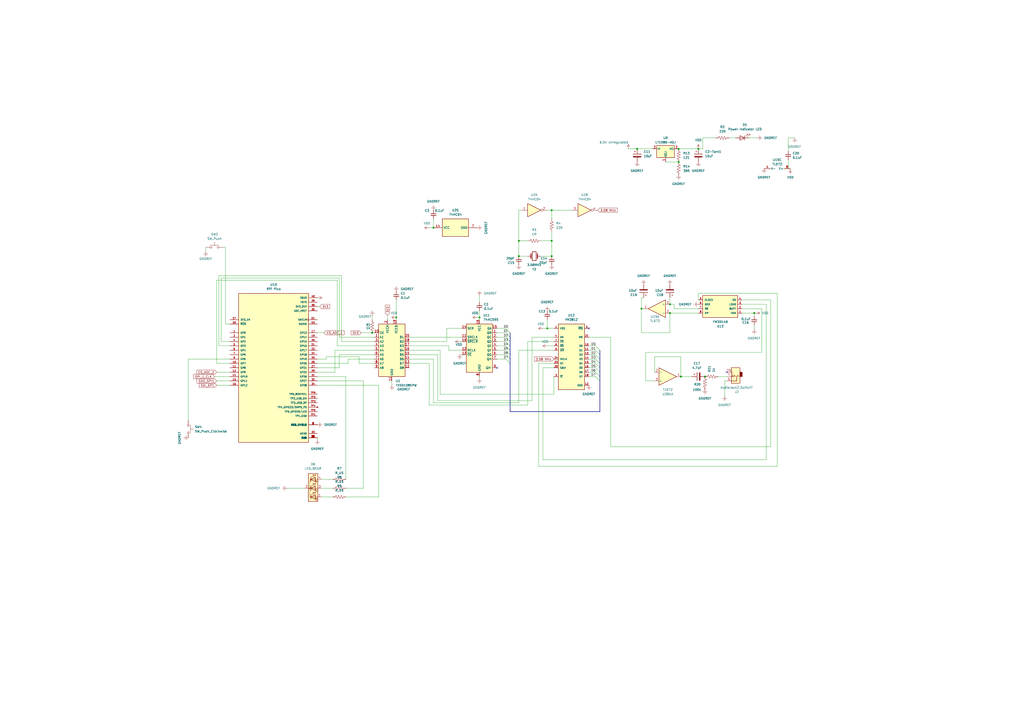
<source format=kicad_sch>
(kicad_sch (version 20231120) (generator "eeschema") (generator_version "8.0")
  (paper "A2")
  (title_block (title "Sam_Sam_David_Synthesizer") (company "ECE 414"))
  (lib_symbols
    (symbol "74xx:74HC04"
      (property "Reference" "U" (at 0 1.27 0))
      (property "Value" "74HC04" (at 0 -1.27 0))
      (symbol "74HC04_1_0"
        (pin input line (at -7.62 0 0) (length 3.81) (name "~") (number "1"))
        (pin output inverted (at 7.62 0 180) (length 3.81) (name "~") (number "2"))
      )
      (symbol "74HC04_2_0"
        (pin input line (at -7.62 0 0) (length 3.81) (name "~") (number "3"))
        (pin output inverted (at 7.62 0 180) (length 3.81) (name "~") (number "4"))
      )
      (symbol "74HC04_3_0"
        (pin input line (at -7.62 0 0) (length 3.81) (name "~") (number "5"))
        (pin output inverted (at 7.62 0 180) (length 3.81) (name "~") (number "6"))
      )
      (symbol "74HC04_4_0"
        (pin output inverted (at 7.62 0 180) (length 3.81) (name "~") (number "8"))
        (pin input line (at -7.62 0 0) (length 3.81) (name "~") (number "9"))
      )
      (symbol "74HC04_5_0"
        (pin output inverted (at 7.62 0 180) (length 3.81) (name "~") (number "10"))
        (pin input line (at -7.62 0 0) (length 3.81) (name "~") (number "11"))
      )
      (symbol "74HC04_6_0"
        (pin output inverted (at 7.62 0 180) (length 3.81) (name "~") (number "12"))
        (pin input line (at -7.62 0 0) (length 3.81) (name "~") (number "13"))
      )
      (symbol "74HC04_7_0"
        (pin power_in line (at 0 12.7 270) (length 5.08) (name "VCC") (number "14"))
        (pin power_in line (at 0 -12.7 90) (length 5.08) (name "GND") (number "7"))
      )
    )
    (symbol "74xx:74HC595"
      (property "Reference" "U" (at -7.62 13.97 0))
      (property "Value" "74HC595" (at -7.62 -16.51 0))
      (symbol "74HC595_1_0"
        (pin tri_state line (at 10.16 7.62 180) (length 2.54) (name "QB") (number "1"))
        (pin input line (at -10.16 2.54 0) (length 2.54) (name "~{SRCLR}") (number "10"))
        (pin input line (at -10.16 5.08 0) (length 2.54) (name "SRCLK") (number "11"))
        (pin input line (at -10.16 -2.54 0) (length 2.54) (name "RCLK") (number "12"))
        (pin input line (at -10.16 -5.08 0) (length 2.54) (name "~{OE}") (number "13"))
        (pin input line (at -10.16 10.16 0) (length 2.54) (name "SER") (number "14"))
        (pin tri_state line (at 10.16 10.16 180) (length 2.54) (name "QA") (number "15"))
        (pin power_in line (at 0 15.24 270) (length 2.54) (name "VCC") (number "16"))
        (pin tri_state line (at 10.16 5.08 180) (length 2.54) (name "QC") (number "2"))
        (pin tri_state line (at 10.16 2.54 180) (length 2.54) (name "QD") (number "3"))
        (pin tri_state line (at 10.16 0 180) (length 2.54) (name "QE") (number "4"))
        (pin tri_state line (at 10.16 -2.54 180) (length 2.54) (name "QF") (number "5"))
        (pin tri_state line (at 10.16 -5.08 180) (length 2.54) (name "QG") (number "6"))
        (pin tri_state line (at 10.16 -7.62 180) (length 2.54) (name "QH") (number "7"))
        (pin power_in line (at 0 -17.78 90) (length 2.54) (name "GND") (number "8"))
        (pin output line (at 10.16 -12.7 180) (length 2.54) (name "QH'") (number "9"))
      )
    )
    (symbol "Amplifier_Operational:TL072" (pin_names (offset 0.127))
      (property "Reference" "U" (at 0 5.08 0))
      (property "Value" "TL072" (at 0 -5.08 0))
      (symbol "TL072_1_1"
        (pin output line (at 7.62 0 180) (length 2.54) (name "~") (number "1"))
        (pin input line (at -7.62 -2.54 0) (length 2.54) (name "-") (number "2"))
        (pin input line (at -7.62 2.54 0) (length 2.54) (name "+") (number "3"))
      )
      (symbol "TL072_2_1"
        (pin input line (at -7.62 2.54 0) (length 2.54) (name "+") (number "5"))
        (pin input line (at -7.62 -2.54 0) (length 2.54) (name "-") (number "6"))
        (pin output line (at 7.62 0 180) (length 2.54) (name "~") (number "7"))
      )
      (symbol "TL072_3_1"
        (pin power_in line (at -2.54 -7.62 90) (length 3.81) (name "V-") (number "4"))
        (pin power_in line (at -2.54 7.62 270) (length 3.81) (name "V+") (number "8"))
      )
    )
    (symbol "Connector_Audio:AudioJack2_SwitchT"
      (property "Reference" "J" (at 0 8.89 0))
      (property "Value" "AudioJack2_SwitchT" (at 0 6.35 0))
      (symbol "AudioJack2_SwitchT_1_1"
        (pin passive line (at 5.08 2.54 180) (length 2.54) (name "~") (number "S"))
        (pin passive line (at 5.08 0 180) (length 2.54) (name "~") (number "T"))
        (pin passive line (at 5.08 -2.54 180) (length 2.54) (name "~") (number "TN"))
      )
    )
    (symbol "Device:C_Polarized" (pin_numbers hide) (pin_names (offset 0.254))
      (property "Reference" "C" (at 0.635 2.54 0))
      (property "Value" "C_Polarized" (at 0.635 -2.54 0))
      (symbol "C_Polarized_1_1"
        (pin passive line (at 0 3.81 270) (length 2.794) (name "~") (number "1"))
        (pin passive line (at 0 -3.81 90) (length 2.794) (name "~") (number "2"))
      )
    )
    (symbol "Device:C_Small" (pin_numbers hide) (pin_names (offset 0.254) hide)
      (property "Reference" "C" (at 0.254 1.778 0))
      (property "Value" "C_Small" (at 0.254 -2.032 0))
      (symbol "C_Small_1_1"
        (pin passive line (at 0 2.54 270) (length 2.032) (name "~") (number "1"))
        (pin passive line (at 0 -2.54 90) (length 2.032) (name "~") (number "2"))
      )
    )
    (symbol "Device:Crystal" (pin_numbers hide) (pin_names (offset 1.016) hide)
      (property "Reference" "Y" (at 0 3.81 0))
      (property "Value" "Crystal" (at 0 -3.81 0))
      (symbol "Crystal_1_1"
        (pin passive line (at -3.81 0 0) (length 1.27) (name "1") (number "1"))
        (pin passive line (at 3.81 0 180) (length 1.27) (name "2") (number "2"))
      )
    )
    (symbol "Device:LED" (pin_numbers hide) (pin_names (offset 1.016) hide)
      (property "Reference" "D" (at 0 2.54 0))
      (property "Value" "LED" (at 0 -2.54 0))
      (symbol "LED_1_1"
        (pin passive line (at -3.81 0 0) (length 2.54) (name "K") (number "1"))
        (pin passive line (at 3.81 0 180) (length 2.54) (name "A") (number "2"))
      )
    )
    (symbol "Device:LED_BKGR" (pin_names (offset 0) hide)
      (property "Reference" "D" (at 0 9.398 0))
      (property "Value" "LED_BKGR" (at 0 -8.89 0))
      (symbol "LED_BKGR_0_0"
        (text "B" (at 1.905 -6.35 0) (effects (font (size 1.27 1.27))))
        (text "G" (at 1.905 -1.27 0) (effects (font (size 1.27 1.27))))
        (text "R" (at 1.905 3.81 0) (effects (font (size 1.27 1.27))))
      )
      (symbol "LED_BKGR_1_1"
        (pin passive line (at 5.08 -5.08 180) (length 2.54) (name "BA") (number "1"))
        (pin passive line (at -5.08 0 0) (length 2.54) (name "K") (number "2"))
        (pin passive line (at 5.08 0 180) (length 2.54) (name "GA") (number "3"))
        (pin passive line (at 5.08 5.08 180) (length 2.54) (name "RA") (number "4"))
      )
    )
    (symbol "Device:R_US" (pin_numbers hide) (pin_names (offset 0))
      (property "Reference" "R" (at 2.54 0 90))
      (property "Value" "R_US" (at -2.54 0 90))
      (symbol "R_US_1_1"
        (pin passive line (at 0 3.81 270) (length 1.27) (name "~") (number "1"))
        (pin passive line (at 0 -3.81 90) (length 1.27) (name "~") (number "2"))
      )
    )
    (symbol "Logic_LevelTranslator:TXS0108EPW"
      (property "Reference" "U" (at -6.35 16.51 0))
      (property "Value" "TXS0108EPW" (at 3.81 16.51 0))
      (symbol "TXS0108EPW_1_1"
        (pin bidirectional line (at -10.16 7.62 0) (length 2.54) (name "A1") (number "1"))
        (pin input line (at -10.16 10.16 0) (length 2.54) (name "OE") (number "10"))
        (pin power_in line (at 0 -17.78 90) (length 2.54) (name "GND") (number "11"))
        (pin bidirectional line (at 10.16 -10.16 180) (length 2.54) (name "B8") (number "12"))
        (pin bidirectional line (at 10.16 -7.62 180) (length 2.54) (name "B7") (number "13"))
        (pin bidirectional line (at 10.16 -5.08 180) (length 2.54) (name "B6") (number "14"))
        (pin bidirectional line (at 10.16 -2.54 180) (length 2.54) (name "B5") (number "15"))
        (pin bidirectional line (at 10.16 0 180) (length 2.54) (name "B4") (number "16"))
        (pin bidirectional line (at 10.16 2.54 180) (length 2.54) (name "B3") (number "17"))
        (pin bidirectional line (at 10.16 5.08 180) (length 2.54) (name "B2") (number "18"))
        (pin power_in line (at 2.54 17.78 270) (length 2.54) (name "VCCB") (number "19"))
        (pin power_in line (at -2.54 17.78 270) (length 2.54) (name "VCCA") (number "2"))
        (pin bidirectional line (at 10.16 7.62 180) (length 2.54) (name "B1") (number "20"))
        (pin bidirectional line (at -10.16 5.08 0) (length 2.54) (name "A2") (number "3"))
        (pin bidirectional line (at -10.16 2.54 0) (length 2.54) (name "A3") (number "4"))
        (pin bidirectional line (at -10.16 0 0) (length 2.54) (name "A4") (number "5"))
        (pin bidirectional line (at -10.16 -2.54 0) (length 2.54) (name "A5") (number "6"))
        (pin bidirectional line (at -10.16 -5.08 0) (length 2.54) (name "A6") (number "7"))
        (pin bidirectional line (at -10.16 -7.62 0) (length 2.54) (name "A7") (number "8"))
        (pin bidirectional line (at -10.16 -10.16 0) (length 2.54) (name "A8") (number "9"))
      )
    )
    (symbol "Regulator_Linear:LT1086-ADJ" (pin_names (offset 0.254))
      (property "Reference" "U" (at -3.81 3.175 0))
      (property "Value" "LT1086-ADJ" (at 0 3.175 0))
      (symbol "LT1086-ADJ_1_1"
        (pin input line (at 0 -7.62 90) (length 2.54) (name "ADJ") (number "1"))
        (pin power_out line (at 7.62 0 180) (length 2.54) (name "VO") (number "2"))
        (pin power_in line (at -7.62 0 0) (length 2.54) (name "VI") (number "3"))
      )
    )
    (symbol "SC0915:SC0915" (pin_names (offset 1.016))
      (property "Reference" "U" (at -20.32 44.069 0))
      (property "Value" "SC0915" (at -20.32 -45.72 0))
      (symbol "SC0915_0_0"
        (pin bidirectional line (at -25.4 20.32 0) (length 5.08) (name "GP0") (number "1"))
        (pin bidirectional line (at -25.4 2.54 0) (length 5.08) (name "GP7") (number "10"))
        (pin bidirectional line (at -25.4 0 0) (length 5.08) (name "GP8") (number "11"))
        (pin bidirectional line (at -25.4 -2.54 0) (length 5.08) (name "GP9") (number "12"))
        (pin power_in line (at 25.4 -40.64 180) (length 5.08) (name "GND") (number "13"))
        (pin bidirectional line (at -25.4 -5.08 0) (length 5.08) (name "GP10") (number "14"))
        (pin bidirectional line (at -25.4 -7.62 0) (length 5.08) (name "GP11") (number "15"))
        (pin bidirectional line (at -25.4 -10.16 0) (length 5.08) (name "GP12") (number "16"))
        (pin bidirectional line (at 25.4 20.32 180) (length 5.08) (name "GP13") (number "17"))
        (pin power_in line (at 25.4 -40.64 180) (length 5.08) (name "GND") (number "18"))
        (pin bidirectional line (at 25.4 17.78 180) (length 5.08) (name "GP14") (number "19"))
        (pin bidirectional line (at -25.4 17.78 0) (length 5.08) (name "GP1") (number "2"))
        (pin bidirectional line (at 25.4 15.24 180) (length 5.08) (name "GP15") (number "20"))
        (pin bidirectional line (at 25.4 12.7 180) (length 5.08) (name "GP16") (number "21"))
        (pin bidirectional line (at 25.4 10.16 180) (length 5.08) (name "GP17") (number "22"))
        (pin power_in line (at 25.4 -40.64 180) (length 5.08) (name "GND") (number "23"))
        (pin bidirectional line (at 25.4 7.62 180) (length 5.08) (name "GP18") (number "24"))
        (pin bidirectional line (at 25.4 5.08 180) (length 5.08) (name "GP19") (number "25"))
        (pin bidirectional line (at 25.4 2.54 180) (length 5.08) (name "GP20") (number "26"))
        (pin bidirectional line (at 25.4 0 180) (length 5.08) (name "GP21") (number "27"))
        (pin power_in line (at 25.4 -40.64 180) (length 5.08) (name "GND") (number "28"))
        (pin bidirectional line (at 25.4 -2.54 180) (length 5.08) (name "GP22") (number "29"))
        (pin power_in line (at 25.4 -40.64 180) (length 5.08) (name "GND") (number "3"))
        (pin input line (at -25.4 25.4 0) (length 5.08) (name "~{RUN}") (number "30"))
        (pin bidirectional line (at 25.4 -5.08 180) (length 5.08) (name "GP26") (number "31"))
        (pin bidirectional line (at 25.4 -7.62 180) (length 5.08) (name "GP27") (number "32"))
        (pin power_in line (at 25.4 -38.1 180) (length 5.08) (name "AGND") (number "33"))
        (pin bidirectional line (at 25.4 -10.16 180) (length 5.08) (name "GP28") (number "34"))
        (pin power_in line (at 25.4 33.02 180) (length 5.08) (name "ADC_VREF") (number "35"))
        (pin power_in line (at 25.4 35.56 180) (length 5.08) (name "3V3_OUT") (number "36"))
        (pin input line (at -25.4 27.94 0) (length 5.08) (name "3V3_EN") (number "37"))
        (pin power_in line (at 25.4 -40.64 180) (length 5.08) (name "GND") (number "38"))
        (pin power_in line (at 25.4 38.1 180) (length 5.08) (name "VSYS") (number "39"))
        (pin bidirectional line (at -25.4 15.24 0) (length 5.08) (name "GP2") (number "4"))
        (pin power_in line (at 25.4 40.64 180) (length 5.08) (name "VBUS") (number "40"))
        (pin bidirectional line (at -25.4 12.7 0) (length 5.08) (name "GP3") (number "5"))
        (pin bidirectional line (at -25.4 10.16 0) (length 5.08) (name "GP4") (number "6"))
        (pin bidirectional line (at -25.4 7.62 0) (length 5.08) (name "GP5") (number "7"))
        (pin power_in line (at 25.4 -40.64 180) (length 5.08) (name "GND") (number "8"))
        (pin bidirectional line (at -25.4 5.08 0) (length 5.08) (name "GP6") (number "9"))
        (pin power_in line (at 25.4 -33.02 180) (length 5.08) (name "USB_SHIELD") (number "A"))
        (pin power_in line (at 25.4 -33.02 180) (length 5.08) (name "USB_SHIELD") (number "B"))
        (pin power_in line (at 25.4 -33.02 180) (length 5.08) (name "USB_SHIELD") (number "C"))
        (pin power_in line (at 25.4 -33.02 180) (length 5.08) (name "USB_SHIELD") (number "D"))
        (pin input clock (at 25.4 27.94 180) (length 5.08) (name "SWCLK") (number "D1"))
        (pin power_in line (at 25.4 -40.64 180) (length 5.08) (name "GND") (number "D2"))
        (pin bidirectional line (at 25.4 25.4 180) (length 5.08) (name "SWDIO") (number "D3"))
        (pin power_in line (at 25.4 -27.94 180) (length 5.08) (name "TP1_GND") (number "TP1"))
        (pin bidirectional line (at 25.4 -17.78 180) (length 5.08) (name "TP2_USB_DM") (number "TP2"))
        (pin bidirectional line (at 25.4 -20.32 180) (length 5.08) (name "TP3_USB_DP") (number "TP3"))
        (pin no_connect line (at 25.4 -22.86 180) (length 5.08) (name "TP4_GPIO23/SMPS_PS") (number "TP4"))
        (pin output line (at 25.4 -25.4 180) (length 5.08) (name "TP5_GPIO25/LED") (number "TP5"))
        (pin input line (at 25.4 -15.24 180) (length 5.08) (name "TP6_BOOTSEL") (number "TP6"))
      )
    )
    (symbol "Switch:SW_Push" (pin_numbers hide) (pin_names (offset 1.016) hide)
      (property "Reference" "SW" (at 1.27 2.54 0))
      (property "Value" "SW_Push" (at 0 -1.524 0))
      (symbol "SW_Push_0_1"
        (pin passive line (at -5.08 0 0) (length 2.54) (name "1") (number "1"))
        (pin passive line (at 5.08 0 180) (length 2.54) (name "2") (number "2"))
      )
    )
    (symbol "YM3014B:YM3014B" (pin_names (offset 1.016))
      (property "Reference" "U" (at -10.16 5.842 0))
      (property "Value" "YM3014B" (at -10.16 -10.16 0))
      (symbol "YM3014B_0_0"
        (pin power_in line (at -12.7 2.54 0) (length 2.54) (name "VDD") (number "1"))
        (pin bidirectional line (at -12.7 0 0) (length 2.54) (name "BUFF") (number "2"))
        (pin bidirectional line (at -12.7 -2.54 0) (length 2.54) (name "LOAD") (number "3"))
        (pin bidirectional line (at -12.7 -5.08 0) (length 2.54) (name "SD") (number "4"))
        (pin bidirectional line (at 12.7 -5.08 180) (length 2.54) (name "CLOCK") (number "5"))
        (pin power_in line (at 12.7 -2.54 180) (length 2.54) (name "GND") (number "6"))
        (pin bidirectional line (at 12.7 0 180) (length 2.54) (name "RB") (number "7"))
        (pin bidirectional line (at 12.7 2.54 180) (length 2.54) (name "MP") (number "8"))
      )
    )
    (symbol "YM3812:YM3812" (pin_names (offset 1.016))
      (property "Reference" "U2" (at 0 22.86 0))
      (property "Value" "YM3812" (at 0 20.32 0))
      (symbol "YM3812_0_0"
        (pin power_in line (at -10.16 15.24 0) (length 2.54) (name "VSS") (number "1"))
        (pin bidirectional line (at 10.16 5.08 180) (length 2.54) (name "D0") (number "10"))
        (pin bidirectional line (at 10.16 2.54 180) (length 2.54) (name "D1") (number "11"))
        (pin power_in line (at 10.16 -17.78 180) (length 2.54) (name "GND") (number "12"))
        (pin bidirectional line (at 10.16 0 180) (length 2.54) (name "D2") (number "13"))
        (pin bidirectional line (at 10.16 -2.54 180) (length 2.54) (name "D3") (number "14"))
        (pin bidirectional line (at 10.16 -5.08 180) (length 2.54) (name "D4") (number "15"))
        (pin bidirectional line (at 10.16 -7.62 180) (length 2.54) (name "D5") (number "16"))
        (pin bidirectional line (at 10.16 -10.16 180) (length 2.54) (name "D6") (number "17"))
        (pin bidirectional line (at 10.16 -12.7 180) (length 2.54) (name "D7") (number "18"))
        (pin bidirectional line (at 10.16 15.24 180) (length 2.54) (name "~{IRQ}") (number "2"))
        (pin bidirectional line (at 10.16 10.16 180) (length 2.54) (name "M0") (number "21"))
        (pin bidirectional line (at -10.16 -5.08 0) (length 2.54) (name "SY") (number "23"))
        (pin bidirectional line (at -10.16 -12.7 0) (length 2.54) (name "~{IC}") (number "3"))
        (pin bidirectional line (at -10.16 10.16 0) (length 2.54) (name "A0") (number "4"))
        (pin bidirectional line (at -10.16 2.54 0) (length 2.54) (name "~{WR}") (number "5"))
        (pin bidirectional line (at -10.16 5.08 0) (length 2.54) (name "~{RD}") (number "6"))
        (pin bidirectional line (at -10.16 7.62 0) (length 2.54) (name "~{CS}") (number "7"))
      )
      (symbol "YM3812_1_0"
        (pin bidirectional line (at -10.16 -7.62 0) (length 2.54) (name "S&H") (number "20"))
        (pin bidirectional line (at -10.16 -2.54 0) (length 2.54) (name "MCLK") (number "24"))
      )
    )
    (symbol "power:GNDREF" (power) (pin_numbers hide) (pin_names (offset 0) hide)
      (property "Value" "GNDREF" (at 0 -3.81 0))
      (symbol "GNDREF_1_1"
        (pin power_in line (at 0 0 270) (length 0) (name "~") (number "1"))
      )
    )
    (symbol "power:VCC" (power) (pin_numbers hide) (pin_names (offset 0) hide)
      (property "Value" "VCC" (at 0 3.556 0))
      (symbol "VCC_1_1"
        (pin power_in line (at 0 0 90) (length 0) (name "~") (number "1"))
      )
    )
    (symbol "power:VDD" (power) (pin_numbers hide) (pin_names (offset 0) hide)
      (property "Value" "VDD" (at 0 3.556 0))
      (symbol "VDD_1_1"
        (pin power_in line (at 0 0 90) (length 0) (name "~") (number "1"))
      )
    )
  )
  (junction (at 229.87 184.15))
  (junction (at 393.7 93.98))
  (junction (at 394.97 218.44))
  (junction (at 251.46 132.08))
  (junction (at 388.62 181.61))
  (junction (at 408.94 218.44))
  (junction (at 278.13 184.15))
  (junction (at 369.57 86.36))
  (junction (at 393.7 86.36))
  (junction (at 317.5 190.5))
  (junction (at 300.99 148.59))
  (junction (at 388.62 176.53))
  (junction (at 372.11 179.07))
  (junction (at 437.515 181.61))
  (junction (at 300.99 139.7))
  (junction (at 320.04 121.92))
  (junction (at 320.04 148.59))
  (junction (at 405.13 86.36))
  (junction (at 215.9 193.04))
  (junction (at 320.04 139.7))
  (no_connect (at 341.63 190.5))
  (no_connect (at 421.64 215.9))
  (no_connect (at 288.29 213.36))
  (bus_entry (at 345.44 203.2) (size 2.54 2.54))
  (bus_entry (at 293.37 193.04) (size 2.54 2.54))
  (bus_entry (at 293.37 198.12) (size 2.54 2.54))
  (bus_entry (at 345.44 215.9) (size 2.54 2.54))
  (bus_entry (at 345.44 213.36) (size 2.54 2.54))
  (bus_entry (at 345.44 208.28) (size 2.54 2.54))
  (bus_entry (at 345.44 218.44) (size 2.54 2.54))
  (bus_entry (at 293.37 208.28) (size 2.54 2.54))
  (bus_entry (at 293.37 203.2) (size 2.54 2.54))
  (bus_entry (at 345.44 200.66) (size 2.54 2.54))
  (bus_entry (at 293.37 195.58) (size 2.54 2.54))
  (bus_entry (at 345.44 210.82) (size 2.54 2.54))
  (bus_entry (at 293.37 205.74) (size 2.54 2.54))
  (bus_entry (at 293.37 200.66) (size 2.54 2.54))
  (bus_entry (at 345.44 205.74) (size 2.54 2.54))
  (bus_entry (at 293.37 190.5) (size 2.54 2.54))
  (wire (pts (xy 288.29 198.12) (xy 293.37 198.12)))
  (wire (pts (xy 300.99 203.2) (xy 300.99 233.68)))
  (wire (pts (xy 437.515 181.61) (xy 437.515 183.515)))
  (wire (pts (xy 229.87 184.15) (xy 229.87 185.42)))
  (wire (pts (xy 420.37 220.98) (xy 421.64 220.98)))
  (bus (pts (xy 347.98 205.74) (xy 347.98 208.28)))
  (wire (pts (xy 184.15 255.27) (xy 184.15 254)))
  (wire (pts (xy 254 205.74) (xy 237.49 205.74)))
  (wire (pts (xy 278.13 184.15) (xy 276.86 184.15)))
  (wire (pts (xy 200.66 218.44) (xy 200.66 278.13)))
  (wire (pts (xy 125.73 223.52) (xy 133.35 223.52)))
  (wire (pts (xy 198.12 198.12) (xy 217.17 198.12)))
  (wire (pts (xy 254 232.41) (xy 254 205.74)))
  (wire (pts (xy 184.15 218.44) (xy 200.66 218.44)))
  (wire (pts (xy 457.2 80.01) (xy 461.01 80.01)))
  (wire (pts (xy 184.15 193.04) (xy 187.96 193.04)))
  (wire (pts (xy 210.82 283.21) (xy 200.66 283.21)))
  (wire (pts (xy 184.15 220.98) (xy 210.82 220.98)))
  (wire (pts (xy 312.42 210.82) (xy 312.42 270.51)))
  (wire (pts (xy 317.5 190.5) (xy 321.31 190.5)))
  (wire (pts (xy 430.53 179.07) (xy 441.96 179.07)))
  (bus (pts (xy 347.98 218.44) (xy 347.98 220.98)))
  (wire (pts (xy 251.46 132.08) (xy 251.46 127)))
  (wire (pts (xy 278.13 184.15) (xy 278.13 185.42)))
  (wire (pts (xy 267.97 205.74) (xy 266.7 205.74)))
  (wire (pts (xy 128.27 161.29) (xy 196.85 161.29)))
  (bus (pts (xy 347.98 210.82) (xy 347.98 213.36)))
  (wire (pts (xy 320.04 139.7) (xy 320.04 148.59)))
  (wire (pts (xy 320.04 127) (xy 320.04 121.92)))
  (wire (pts (xy 444.5 266.7) (xy 444.5 176.53)))
  (wire (pts (xy 374.65 204.47) (xy 374.65 220.98)))
  (wire (pts (xy 194.31 203.2) (xy 194.31 215.9)))
  (wire (pts (xy 457.2 97.79) (xy 457.2 92.71)))
  (wire (pts (xy 237.49 195.58) (xy 267.97 195.58)))
  (bus (pts (xy 295.91 210.82) (xy 295.91 238.76)))
  (wire (pts (xy 320.04 148.59) (xy 313.69 148.59)))
  (wire (pts (xy 124.46 218.44) (xy 133.35 218.44)))
  (bus (pts (xy 347.98 213.36) (xy 347.98 215.9)))
  (wire (pts (xy 407.67 80.01) (xy 407.67 86.36)))
  (wire (pts (xy 320.04 134.62) (xy 320.04 139.7)))
  (wire (pts (xy 186.69 283.21) (xy 193.04 283.21)))
  (wire (pts (xy 450.85 270.51) (xy 450.85 170.18)))
  (wire (pts (xy 196.85 195.58) (xy 217.17 195.58)))
  (wire (pts (xy 251.46 208.28) (xy 237.49 208.28)))
  (wire (pts (xy 259.08 190.5) (xy 259.08 198.12)))
  (bus (pts (xy 295.91 208.28) (xy 295.91 210.82)))
  (wire (pts (xy 248.92 132.08) (xy 251.46 132.08)))
  (wire (pts (xy 288.29 190.5) (xy 293.37 190.5)))
  (wire (pts (xy 341.63 205.74) (xy 345.44 205.74)))
  (wire (pts (xy 210.82 220.98) (xy 210.82 283.21)))
  (wire (pts (xy 251.46 233.68) (xy 251.46 208.28)))
  (bus (pts (xy 295.91 198.12) (xy 295.91 200.66)))
  (wire (pts (xy 196.85 205.74) (xy 196.85 213.36)))
  (wire (pts (xy 217.17 210.82) (xy 208.28 210.82)))
  (wire (pts (xy 407.67 86.36) (xy 405.13 86.36)))
  (wire (pts (xy 308.61 232.41) (xy 254 232.41)))
  (wire (pts (xy 341.63 218.44) (xy 345.44 218.44)))
  (wire (pts (xy 416.56 218.44) (xy 421.64 218.44)))
  (wire (pts (xy 288.29 203.2) (xy 293.37 203.2)))
  (wire (pts (xy 278.13 219.71) (xy 278.13 218.44)))
  (wire (pts (xy 422.91 80.01) (xy 426.72 80.01)))
  (wire (pts (xy 317.5 200.66) (xy 321.31 200.66)))
  (wire (pts (xy 125.73 215.9) (xy 133.35 215.9)))
  (wire (pts (xy 321.31 203.2) (xy 300.99 203.2)))
  (wire (pts (xy 300.99 121.92) (xy 300.99 139.7)))
  (wire (pts (xy 255.27 228.6) (xy 321.31 228.6)))
  (bus (pts (xy 347.98 208.28) (xy 347.98 210.82)))
  (wire (pts (xy 133.35 200.66) (xy 127 200.66)))
  (wire (pts (xy 194.31 215.9) (xy 184.15 215.9)))
  (wire (pts (xy 186.69 278.13) (xy 193.04 278.13)))
  (wire (pts (xy 394.97 218.44) (xy 401.32 218.44)))
  (bus (pts (xy 295.91 203.2) (xy 295.91 205.74)))
  (wire (pts (xy 217.17 208.28) (xy 201.93 208.28)))
  (wire (pts (xy 189.23 207.01) (xy 189.23 208.28)))
  (wire (pts (xy 391.16 176.53) (xy 388.62 176.53)))
  (wire (pts (xy 133.35 187.96) (xy 130.81 187.96)))
  (wire (pts (xy 208.28 207.01) (xy 189.23 207.01)))
  (wire (pts (xy 217.17 200.66) (xy 195.58 200.66)))
  (wire (pts (xy 321.31 198.12) (xy 306.07 198.12)))
  (wire (pts (xy 288.29 208.28) (xy 293.37 208.28)))
  (wire (pts (xy 341.63 200.66) (xy 345.44 200.66)))
  (wire (pts (xy 217.17 203.2) (xy 194.31 203.2)))
  (wire (pts (xy 259.08 190.5) (xy 267.97 190.5)))
  (wire (pts (xy 260.35 200.66) (xy 260.35 203.2)))
  (wire (pts (xy 320.04 121.92) (xy 331.47 121.92)))
  (wire (pts (xy 109.22 243.84) (xy 109.22 208.28)))
  (wire (pts (xy 306.07 139.7) (xy 300.99 139.7)))
  (wire (pts (xy 321.31 228.6) (xy 321.31 218.44)))
  (wire (pts (xy 255.27 203.2) (xy 237.49 203.2)))
  (bus (pts (xy 295.91 205.74) (xy 295.91 208.28)))
  (wire (pts (xy 341.63 203.2) (xy 345.44 203.2)))
  (wire (pts (xy 288.29 205.74) (xy 293.37 205.74)))
  (wire (pts (xy 341.63 195.58) (xy 354.33 195.58)))
  (wire (pts (xy 354.33 195.58) (xy 354.33 259.08)))
  (wire (pts (xy 314.96 213.36) (xy 314.96 266.7)))
  (wire (pts (xy 450.85 170.18) (xy 405.13 170.18)))
  (wire (pts (xy 200.66 288.29) (xy 219.71 288.29)))
  (wire (pts (xy 209.55 193.04) (xy 215.9 193.04)))
  (wire (pts (xy 189.23 208.28) (xy 184.15 208.28)))
  (wire (pts (xy 201.93 210.82) (xy 184.15 210.82)))
  (wire (pts (xy 314.96 266.7) (xy 444.5 266.7)))
  (wire (pts (xy 405.13 181.61) (xy 388.62 181.61)))
  (wire (pts (xy 364.49 86.36) (xy 369.57 86.36)))
  (wire (pts (xy 300.99 148.59) (xy 306.07 148.59)))
  (bus (pts (xy 295.91 200.66) (xy 295.91 203.2)))
  (wire (pts (xy 341.63 215.9) (xy 345.44 215.9)))
  (wire (pts (xy 217.17 205.74) (xy 196.85 205.74)))
  (wire (pts (xy 133.35 198.12) (xy 128.27 198.12)))
  (wire (pts (xy 405.13 170.18) (xy 405.13 173.99)))
  (wire (pts (xy 386.08 93.98) (xy 393.7 93.98)))
  (wire (pts (xy 394.97 207.01) (xy 379.73 207.01)))
  (wire (pts (xy 186.69 288.29) (xy 193.04 288.29)))
  (wire (pts (xy 184.15 223.52) (xy 219.71 223.52)))
  (wire (pts (xy 306.07 234.95) (xy 248.92 234.95)))
  (wire (pts (xy 321.31 213.36) (xy 314.96 213.36)))
  (bus (pts (xy 347.98 203.2) (xy 347.98 205.74)))
  (wire (pts (xy 374.65 220.98) (xy 379.73 220.98)))
  (wire (pts (xy 372.11 193.04) (xy 388.62 193.04)))
  (wire (pts (xy 321.31 195.58) (xy 308.61 195.58)))
  (wire (pts (xy 354.33 259.08) (xy 447.04 259.08)))
  (wire (pts (xy 391.16 179.07) (xy 391.16 176.53)))
  (bus (pts (xy 347.98 215.9) (xy 347.98 218.44)))
  (wire (pts (xy 128.27 198.12) (xy 128.27 161.29)))
  (wire (pts (xy 184.15 177.8) (xy 185.42 177.8)))
  (wire (pts (xy 278.13 171.45) (xy 278.13 175.26)))
  (wire (pts (xy 321.31 210.82) (xy 312.42 210.82)))
  (wire (pts (xy 255.27 228.6) (xy 255.27 203.2)))
  (bus (pts (xy 347.98 220.98) (xy 347.98 238.76)))
  (wire (pts (xy 372.11 172.72) (xy 372.11 179.07)))
  (wire (pts (xy 437.515 188.595) (xy 437.515 191.135)))
  (wire (pts (xy 288.29 195.58) (xy 293.37 195.58)))
  (wire (pts (xy 109.22 208.28) (xy 133.35 208.28)))
  (wire (pts (xy 455.93 97.79) (xy 457.2 97.79)))
  (wire (pts (xy 313.69 139.7) (xy 320.04 139.7)))
  (bus (pts (xy 295.91 193.04) (xy 295.91 195.58)))
  (bus (pts (xy 295.91 238.76) (xy 347.98 238.76)))
  (wire (pts (xy 317.5 190.5) (xy 317.5 185.42)))
  (wire (pts (xy 393.7 86.36) (xy 405.13 86.36)))
  (wire (pts (xy 196.85 213.36) (xy 184.15 213.36)))
  (wire (pts (xy 407.67 80.01) (xy 415.29 80.01)))
  (wire (pts (xy 260.35 203.2) (xy 267.97 203.2)))
  (wire (pts (xy 441.96 179.07) (xy 441.96 204.47)))
  (wire (pts (xy 308.61 195.58) (xy 308.61 232.41)))
  (wire (pts (xy 229.87 173.99) (xy 229.87 184.15)))
  (wire (pts (xy 248.92 210.82) (xy 237.49 210.82)))
  (wire (pts (xy 300.99 233.68) (xy 251.46 233.68)))
  (wire (pts (xy 320.04 121.92) (xy 317.5 121.92)))
  (wire (pts (xy 288.29 200.66) (xy 293.37 200.66)))
  (wire (pts (xy 259.08 198.12) (xy 237.49 198.12)))
  (wire (pts (xy 441.96 204.47) (xy 374.65 204.47)))
  (wire (pts (xy 457.2 87.63) (xy 457.2 80.01)))
  (wire (pts (xy 215.9 185.42) (xy 215.9 182.88)))
  (wire (pts (xy 300.99 139.7) (xy 300.99 148.59)))
  (wire (pts (xy 388.62 176.53) (xy 388.62 172.72)))
  (wire (pts (xy 341.63 210.82) (xy 345.44 210.82)))
  (wire (pts (xy 201.93 208.28) (xy 201.93 210.82)))
  (wire (pts (xy 420.37 229.87) (xy 420.37 220.98)))
  (wire (pts (xy 127 160.02) (xy 127 200.66)))
  (wire (pts (xy 430.53 181.61) (xy 437.515 181.61)))
  (wire (pts (xy 341.63 208.28) (xy 345.44 208.28)))
  (wire (pts (xy 125.73 220.98) (xy 133.35 220.98)))
  (wire (pts (xy 430.53 176.53) (xy 444.5 176.53)))
  (wire (pts (xy 248.92 234.95) (xy 248.92 210.82)))
  (wire (pts (xy 127 160.02) (xy 198.12 160.02)))
  (wire (pts (xy 372.11 179.07) (xy 373.38 179.07)))
  (wire (pts (xy 130.81 187.96) (xy 130.81 143.51)))
  (wire (pts (xy 405.13 179.07) (xy 391.16 179.07)))
  (wire (pts (xy 196.85 161.29) (xy 196.85 195.58)))
  (wire (pts (xy 267.97 198.12) (xy 266.7 198.12)))
  (wire (pts (xy 195.58 162.56) (xy 195.58 200.66)))
  (wire (pts (xy 341.63 213.36) (xy 345.44 213.36)))
  (wire (pts (xy 388.62 193.04) (xy 388.62 181.61)))
  (bus (pts (xy 295.91 195.58) (xy 295.91 198.12)))
  (wire (pts (xy 133.35 210.82) (xy 125.73 210.82)))
  (wire (pts (xy 215.9 193.04) (xy 217.17 193.04)))
  (wire (pts (xy 227.33 223.52) (xy 227.33 220.98)))
  (wire (pts (xy 219.71 223.52) (xy 219.71 288.29)))
  (wire (pts (xy 195.58 162.56) (xy 125.73 162.56)))
  (wire (pts (xy 198.12 160.02) (xy 198.12 198.12)))
  (wire (pts (xy 447.04 259.08) (xy 447.04 173.99)))
  (wire (pts (xy 224.79 185.42) (xy 224.79 182.88)))
  (wire (pts (xy 288.29 193.04) (xy 293.37 193.04)))
  (wire (pts (xy 306.07 198.12) (xy 306.07 234.95)))
  (wire (pts (xy 302.26 121.92) (xy 300.99 121.92)))
  (wire (pts (xy 372.11 179.07) (xy 372.11 193.04)))
  (wire (pts (xy 125.73 162.56) (xy 125.73 210.82)))
  (wire (pts (xy 237.49 200.66) (xy 260.35 200.66)))
  (wire (pts (xy 394.97 218.44) (xy 394.97 207.01)))
  (wire (pts (xy 434.34 80.01) (xy 439.42 80.01)))
  (wire (pts (xy 130.81 143.51) (xy 129.54 143.51)))
  (wire (pts (xy 278.13 180.34) (xy 278.13 184.15)))
  (wire (pts (xy 438.15 181.61) (xy 437.515 181.61)))
  (wire (pts (xy 119.38 146.05) (xy 119.38 143.51)))
  (wire (pts (xy 372.11 172.72) (xy 373.38 172.72)))
  (wire (pts (xy 369.57 86.36) (xy 378.46 86.36)))
  (wire (pts (xy 208.28 210.82) (xy 208.28 207.01)))
  (wire (pts (xy 379.73 207.01) (xy 379.73 215.9)))
  (wire (pts (xy 314.96 190.5) (xy 317.5 190.5)))
  (wire (pts (xy 312.42 270.51) (xy 450.85 270.51)))
  (wire (pts (xy 447.04 173.99) (xy 430.53 173.99)))
  (wire (pts (xy 166.37 283.21) (xy 176.53 283.21)))
  (label "D7" (at 342.9 218.44 0))
  (label "D0" (at 342.9 200.66 0))
  (label "D4" (at 292.1 200.66 0))
  (label "D6" (at 292.1 205.74 0))
  (label "D6" (at 342.9 215.9 0))
  (label "D1" (at 292.1 193.04 0))
  (label "D1" (at 342.9 203.2 0))
  (label "D3" (at 342.9 208.28 0))
  (label "D2" (at 292.1 195.58 0))
  (label "D3" (at 292.1 198.12 0))
  (label "D7" (at 292.1 208.28 0))
  (label "D4" (at 342.9 210.82 0))
  (label "D5" (at 292.1 203.2 0))
  (label "D0" (at 292.1 190.5 0))
  (label "D2" (at 342.9 205.74 0))
  (label "D5" (at 342.9 213.36 0))
  (global_label "3V3" (shape input) (at 185.42 177.8 0) (property "Intersheetrefs" "${INTERSHEET_REFS}" (effects (hide yes))))
  (global_label "SDI_SP1" (shape input) (at 125.73 223.52 180) (property "Intersheetrefs" "${INTERSHEET_REFS}" (effects (hide yes))))
  (global_label "3.58 MHz" (shape input) (at 346.71 121.92 0) (property "Intersheetrefs" "${INTERSHEET_REFS}" (effects (hide yes))))
  (global_label "3V3" (shape input) (at 209.55 193.04 180) (property "Intersheetrefs" "${INTERSHEET_REFS}" (effects (hide yes))))
  (global_label "SPI_1_CLK" (shape input) (at 124.46 218.44 180) (property "Intersheetrefs" "${INTERSHEET_REFS}" (effects (hide yes))))
  (global_label "3.58 MHz" (shape input) (at 321.31 208.28 180) (property "Intersheetrefs" "${INTERSHEET_REFS}" (effects (hide yes))))
  (global_label "CS_ADC_1" (shape input) (at 187.96 193.04 0) (property "Intersheetrefs" "${INTERSHEET_REFS}" (effects (hide yes))))
  (global_label "3V3" (shape input) (at 224.79 182.88 90) (property "Intersheetrefs" "${INTERSHEET_REFS}" (effects (hide yes))))
  (global_label "CS_ADC_2" (shape input) (at 125.73 215.9 180) (property "Intersheetrefs" "${INTERSHEET_REFS}" (effects (hide yes))))
  (global_label "SDO_SPI1" (shape input) (at 125.73 220.98 180) (property "Intersheetrefs" "${INTERSHEET_REFS}" (effects (hide yes))))
  (symbol (lib_id "power:GNDREF") (at 341.63 223.52 0) (unit 1)
    (property "Reference" "#PWR046" (effects (hide yes)))
    (property "Value" "GNDREF" (at 341.63 228.6 0))
    (property "Description" "Power symbol creates a global label with name \"GNDREF\" , reference supply ground" (effects (hide yes)))
  )
  (symbol (lib_id "power:GNDREF") (at 369.57 93.98 0) (unit 1)
    (property "Reference" "#PWR029" (effects (hide yes)))
    (property "Value" "GNDREF" (at 369.57 99.06 0))
    (property "Description" "Power symbol creates a global label with name \"GNDREF\" , reference supply ground" (effects (hide yes)))
  )
  (symbol (lib_id "Device:LED") (at 430.53 80.01 180) (unit 1)
    (property "Reference" "D1" (at 432.1175 72.39 0))
    (property "Value" "Power Indicator LED" (at 432.1175 74.93 0))
    (property "Description" "Light emitting diode" (effects (hide yes)))
  )
  (symbol (lib_id "power:GNDREF") (at 119.38 146.05 0) (unit 1)
    (property "Reference" "#PWR040" (effects (hide yes)))
    (property "Value" "GNDREF" (at 115.57 150.114 0) (effects (justify left)))
    (property "Description" "Power symbol creates a global label with name \"GNDREF\" , reference supply ground" (effects (hide yes)))
  )
  (symbol (lib_id "power:GNDREF") (at 227.33 223.52 0) (unit 1)
    (property "Reference" "#PWR02" (effects (hide yes)))
    (property "Value" "GNDREF" (at 230.378 225.806 0) (effects (justify left)))
    (property "Description" "Power symbol creates a global label with name \"GNDREF\" , reference supply ground" (effects (hide yes)))
  )
  (symbol (lib_id "Device:C_Small") (at 229.87 171.45 0) (unit 1)
    (property "Reference" "C1" (at 232.41 170.1862 0) (effects (justify left)))
    (property "Value" "0.1uF" (at 232.41 172.7262 0) (effects (justify left)))
    (property "Description" "Unpolarized capacitor, small symbol" (effects (hide yes)))
  )
  (symbol (lib_id "power:VDD") (at 405.13 86.36 0) (unit 1)
    (property "Reference" "#PWR031" (effects (hide yes)))
    (property "Value" "VDD" (at 405.13 81.28 0))
    (property "Description" "Power symbol creates a global label with name \"VDD\"" (effects (hide yes)))
  )
  (symbol (lib_id "Device:R_US") (at 419.1 80.01 90) (unit 1)
    (property "Reference" "R2" (at 419.1 73.66 90))
    (property "Value" "220" (at 419.1 76.2 90))
    (property "Description" "Resistor, US symbol" (effects (hide yes)))
  )
  (symbol (lib_id "power:GNDREF") (at 166.37 283.21 270) (unit 1)
    (property "Reference" "#PWR014" (effects (hide yes)))
    (property "Value" "GNDREF" (at 162.56 283.2099 90) (effects (justify right)))
    (property "Description" "Power symbol creates a global label with name \"GNDREF\" , reference supply ground" (effects (hide yes)))
  )
  (symbol (lib_id "Device:C_Polarized") (at 405.13 218.44 90) (mirror x) (unit 1)
    (property "Reference" "C17" (at 404.241 210.82 90))
    (property "Value" "4.7uF" (at 404.241 213.36 90))
    (property "Description" "Polarized capacitor" (effects (hide yes)))
  )
  (symbol (lib_id "power:GNDREF") (at 317.5 180.34 180) (unit 1)
    (property "Reference" "#PWR043" (effects (hide yes)))
    (property "Value" "GNDREF" (at 317.5 175.26 0))
    (property "Description" "Power symbol creates a global label with name \"GNDREF\" , reference supply ground" (effects (hide yes)))
  )
  (symbol (lib_id "power:GNDREF") (at 405.13 176.53 270) (unit 1)
    (property "Reference" "#PWR048" (effects (hide yes)))
    (property "Value" "GNDREF" (at 401.32 176.5299 90) (effects (justify right)))
    (property "Description" "Power symbol creates a global label with name \"GNDREF\" , reference supply ground" (effects (hide yes)))
  )
  (symbol (lib_id "Device:R_US") (at 196.85 283.21 90) (unit 1)
    (property "Reference" "R8" (at 196.85 276.86 90))
    (property "Value" "R_US" (at 196.85 279.4 90))
    (property "Description" "Resistor, US symbol" (effects (hide yes)))
  )
  (symbol (lib_id "YM3812:YM3812") (at 331.47 205.74 0) (unit 1)
    (property "Reference" "U12" (at 331.47 182.88 0))
    (property "Value" "YM3812" (at 331.47 185.42 0))
    (property "Footprint" "YM3812:DIL24-6" (effects (hide yes)))
    (property "MF" "Yamaha" (effects (hide yes)))
    (property "Description_1" "\n                        \n                            FM OPERATOR TYPE L 2\n                        \n" (effects (hide yes)))
    (property "Package" "None" (effects (hide yes)))
    (property "Price" "None" (effects (hide yes)))
    (property "SnapEDA_Link" "https://www.snapeda.com/parts/YM3812/Yamaha/view-part/?ref=snap" (effects (hide yes)))
    (property "MP" "YM3812" (effects (hide yes)))
    (property "Availability" "In Stock" (effects (hide yes)))
    (property "Check_prices" "https://www.snapeda.com/parts/YM3812/Yamaha/view-part/?ref=eda" (effects (hide yes)))
  )
  (symbol (lib_id "power:GNDREF") (at 388.62 165.1 180) (unit 1)
    (property "Reference" "#PWR051" (effects (hide yes)))
    (property "Value" "GNDREF" (at 388.62 160.02 0))
    (property "Description" "Power symbol creates a global label with name \"GNDREF\" , reference supply ground" (effects (hide yes)))
  )
  (symbol (lib_id "power:GNDREF") (at 320.04 153.67 0) (mirror y) (unit 1)
    (property "Reference" "#PWR044" (effects (hide yes)))
    (property "Value" "GNDREF" (at 320.04 158.75 0))
    (property "Description" "Power symbol creates a global label with name \"GNDREF\" , reference supply ground" (effects (hide yes)))
  )
  (symbol (lib_id "power:GNDREF") (at 443.23 97.79 0) (unit 1)
    (property "Reference" "#PWR053" (effects (hide yes)))
    (property "Value" "GNDREF" (at 443.23 102.87 0))
    (property "Description" "Power symbol creates a global label with name \"GNDREF\" , reference supply ground" (effects (hide yes)))
  )
  (symbol (lib_id "Device:C_Small") (at 300.99 151.13 180) (unit 1)
    (property "Reference" "C15" (at 298.45 152.3938 0) (effects (justify left)))
    (property "Value" "20pF" (at 298.45 149.8538 0) (effects (justify left)))
    (property "Description" "Unpolarized capacitor, small symbol" (effects (hide yes)))
  )
  (symbol (lib_id "power:GNDREF") (at 278.13 171.45 180) (unit 1)
    (property "Reference" "#PWR037" (effects (hide yes)))
    (property "Value" "GNDREF" (at 280.67 170.1799 0) (effects (justify right)))
    (property "Description" "Power symbol creates a global label with name \"GNDREF\" , reference supply ground" (effects (hide yes)))
  )
  (symbol (lib_id "power:VDD") (at 438.15 181.61 270) (unit 1)
    (property "Reference" "#PWR07" (effects (hide yes)))
    (property "Value" "VDD" (at 441.96 181.6099 90) (effects (justify left)))
    (property "Description" "Power symbol creates a global label with name \"VDD\"" (effects (hide yes)))
  )
  (symbol (lib_id "Device:LED_BKGR") (at 181.61 283.21 0) (unit 1)
    (property "Reference" "D6" (at 181.61 269.24 0))
    (property "Value" "LED_BKGR" (at 181.61 271.78 0))
    (property "Description" "RGB LED, blue/cathode/green/red" (effects (hide yes)))
  )
  (symbol (lib_id "Device:R_US") (at 393.7 97.79 0) (unit 1)
    (property "Reference" "R14" (at 396.24 96.5199 0) (effects (justify left)))
    (property "Value" "365" (at 396.24 99.0599 0) (effects (justify left)))
    (property "Description" "Resistor, US symbol" (effects (hide yes)))
  )
  (symbol (lib_id "power:GNDREF") (at 109.22 254 270) (unit 1)
    (property "Reference" "#PWR013" (effects (hide yes)))
    (property "Value" "GNDREF" (at 104.14 254 0))
    (property "Description" "Power symbol creates a global label with name \"GNDREF\" , reference supply ground" (effects (hide yes)))
  )
  (symbol (lib_id "Device:R_US") (at 196.85 278.13 90) (unit 1)
    (property "Reference" "R7" (at 196.85 271.78 90))
    (property "Value" "R_US" (at 196.85 274.32 90))
    (property "Description" "Resistor, US symbol" (effects (hide yes)))
  )
  (symbol (lib_id "power:GNDREF") (at 461.01 80.01 0) (unit 1)
    (property "Reference" "#PWR054" (effects (hide yes)))
    (property "Value" "GNDREF" (at 461.01 85.09 0))
    (property "Description" "Power symbol creates a global label with name \"GNDREF\" , reference supply ground" (effects (hide yes)))
  )
  (symbol (lib_id "Device:R_US") (at 309.88 139.7 90) (unit 1)
    (property "Reference" "R3" (at 309.88 133.35 90))
    (property "Value" "1M" (at 309.88 135.89 90))
    (property "Description" "Resistor, US symbol" (effects (hide yes)))
  )
  (symbol (lib_id "Amplifier_Operational:TL072") (at 387.35 218.44 0) (mirror x) (unit 1)
    (property "Reference" "U3B1" (at 387.35 228.6 0))
    (property "Value" "TL072" (at 387.35 226.06 0))
    (property "Datasheet" "http://www.ti.com/lit/ds/symlink/tl071.pdf" (effects (hide yes)))
    (property "Description" "Dual Low-Noise JFET-Input Operational Amplifiers, DIP-8/SOIC-8" (effects (hide yes)))
  )
  (symbol (lib_id "Device:C_Small") (at 457.2 90.17 0) (unit 1)
    (property "Reference" "C20" (at 459.74 88.9062 0) (effects (justify left)))
    (property "Value" "0.1uF" (at 459.74 91.4462 0) (effects (justify left)))
    (property "Description" "Unpolarized capacitor, small symbol" (effects (hide yes)))
  )
  (symbol (lib_id "Device:R_US") (at 393.7 90.17 0) (unit 1)
    (property "Reference" "R13" (at 396.24 88.8999 0) (effects (justify left)))
    (property "Value" "121" (at 396.24 91.4399 0) (effects (justify left)))
    (property "Description" "Resistor, US symbol" (effects (hide yes)))
  )
  (symbol (lib_id "74xx:74HC04") (at 264.16 132.08 90) (unit 7)
    (property "Reference" "U2" (at 264.16 121.92 90))
    (property "Value" "74HC04" (at 264.16 124.46 90))
    (property "Datasheet" "https://assets.nexperia.com/documents/data-sheet/74HC_HCT04.pdf" (effects (hide yes)))
    (property "Description" "Hex Inverter" (effects (hide yes)))
  )
  (symbol (lib_id "power:VCC") (at 364.49 86.36 0) (mirror y) (unit 1)
    (property "Reference" "#PWR028" (effects (hide yes)))
    (property "Value" "6.5V Unregulated" (at 364.4899 82.55 0) (effects (justify left)))
    (property "Description" "Power symbol creates a global label with name \"VCC\"" (effects (hide yes)))
  )
  (symbol (lib_id "power:GNDREF") (at 420.37 229.87 0) (unit 1)
    (property "Reference" "#PWR050" (effects (hide yes)))
    (property "Value" "GNDREF" (at 420.37 234.95 0))
    (property "Description" "Power symbol creates a global label with name \"GNDREF\" , reference supply ground" (effects (hide yes)))
  )
  (symbol (lib_id "power:GNDREF") (at 278.13 219.71 0) (unit 1)
    (property "Reference" "#PWR039" (effects (hide yes)))
    (property "Value" "GNDREF" (at 278.13 224.79 0))
    (property "Description" "Power symbol creates a global label with name \"GNDREF\" , reference supply ground" (effects (hide yes)))
  )
  (symbol (lib_id "74xx:74HC595") (at 278.13 200.66 0) (unit 1)
    (property "Reference" "U11" (at 280.3241 182.88 0) (effects (justify left)))
    (property "Value" "74HC595" (at 280.3241 185.42 0) (effects (justify left)))
    (property "Datasheet" "http://www.ti.com/lit/ds/symlink/sn74hc595.pdf" (effects (hide yes)))
    (property "Description" "8-bit serial in/out Shift Register 3-State Outputs" (effects (hide yes)))
  )
  (symbol (lib_id "SC0915:SC0915") (at 158.75 213.36 0) (unit 1)
    (property "Reference" "U10" (at 158.75 165.1 0))
    (property "Value" "RPi Pico" (at 158.75 167.64 0))
    (property "Footprint" "SC0915:MODULE_SC0915" (effects (hide yes)))
    (property "MF" "Raspberry Pi" (effects (hide yes)))
    (property "Description_1" "\n                        \n                            Raspberry Pi Pico Embedded Dev Module | Raspberry Pi SC0915\n                        \n" (effects (hide yes)))
    (property "Package" "None" (effects (hide yes)))
    (property "Price" "None" (effects (hide yes)))
    (property "Check_prices" "https://www.snapeda.com/parts/SC0915/Raspberry+Pi/view-part/?ref=eda" (effects (hide yes)))
    (property "STANDARD" "Manufacturer Recommendations" (effects (hide yes)))
    (property "PARTREV" "1.9" (effects (hide yes)))
    (property "SnapEDA_Link" "https://www.snapeda.com/parts/SC0915/Raspberry+Pi/view-part/?ref=snap" (effects (hide yes)))
    (property "MP" "SC0915" (effects (hide yes)))
    (property "MANUFACTURER" "Pi Supply" (effects (hide yes)))
    (property "Availability" "In Stock" (effects (hide yes)))
    (property "SNAPEDA_PN" "SC0915" (effects (hide yes)))
  )
  (symbol (lib_id "power:VDD") (at 276.86 184.15 90) (unit 1)
    (property "Reference" "#PWR038" (effects (hide yes)))
    (property "Value" "VDD" (at 275.59 181.61 90))
    (property "Description" "Power symbol creates a global label with name \"VDD\"" (effects (hide yes)))
  )
  (symbol (lib_id "Regulator_Linear:LT1086-ADJ") (at 386.08 86.36 0) (unit 1)
    (property "Reference" "U9" (at 386.08 80.01 0))
    (property "Value" "LT1086-ADJ" (at 386.08 82.55 0))
    (property "Datasheet" "https://www.analog.com/media/en/technical-documentation/data-sheets/1086ffs.pdf" (effects (hide yes)))
    (property "Description" "1.5A 25V LDO Linear Regulator, Adjustable Output, TO-220/TO-263" (effects (hide yes)))
  )
  (symbol (lib_id "power:VDD") (at 266.7 198.12 90) (unit 1)
    (property "Reference" "#PWR035" (effects (hide yes)))
    (property "Value" "VDD" (at 266.192 199.898 90))
    (property "Description" "Power symbol creates a global label with name \"VDD\"" (effects (hide yes)))
  )
  (symbol (lib_id "power:GNDREF") (at 300.99 153.67 0) (mirror y) (unit 1)
    (property "Reference" "#PWR045" (effects (hide yes)))
    (property "Value" "GNDREF" (at 300.99 158.75 0))
    (property "Description" "Power symbol creates a global label with name \"GNDREF\" , reference supply ground" (effects (hide yes)))
  )
  (symbol (lib_id "power:VDD") (at 317.5 200.66 90) (unit 1)
    (property "Reference" "#PWR042" (effects (hide yes)))
    (property "Value" "VDD" (at 316.23 198.12 90))
    (property "Description" "Power symbol creates a global label with name \"VDD\"" (effects (hide yes)))
  )
  (symbol (lib_id "Device:Crystal") (at 309.88 148.59 180) (unit 1)
    (property "Reference" "Y2" (at 309.88 156.21 0))
    (property "Value" "3.58MHz" (at 309.88 153.67 0))
    (property "Description" "Two pin crystal" (effects (hide yes)))
  )
  (symbol (lib_id "Device:C_Small") (at 251.46 124.46 0) (unit 1)
    (property "Reference" "C3" (at 246.38 122.174 0) (effects (justify left)))
    (property "Value" "0.1uF" (at 252.222 122.174 0) (effects (justify left)))
    (property "Description" "Unpolarized capacitor, small symbol" (effects (hide yes)))
  )
  (symbol (lib_id "Device:C_Polarized") (at 388.62 168.91 180) (unit 1)
    (property "Reference" "C18" (at 384.81 171.0691 0) (effects (justify left)))
    (property "Value" "10uF" (at 384.81 168.5291 0) (effects (justify left)))
    (property "Description" "Polarized capacitor" (effects (hide yes)))
  )
  (symbol (lib_id "power:GNDREF") (at 373.38 165.1 180) (unit 1)
    (property "Reference" "#PWR052" (effects (hide yes)))
    (property "Value" "GNDREF" (at 373.38 160.02 0))
    (property "Description" "Power symbol creates a global label with name \"GNDREF\" , reference supply ground" (effects (hide yes)))
  )
  (symbol (lib_id "power:VDD") (at 458.47 97.79 180) (unit 1)
    (property "Reference" "#PWR04" (effects (hide yes)))
    (property "Value" "VDD" (at 458.47 102.87 0))
    (property "Description" "Power symbol creates a global label with name \"VDD\"" (effects (hide yes)))
  )
  (symbol (lib_id "Device:C_Small") (at 317.5 182.88 0) (unit 1)
    (property "Reference" "C13" (at 312.42 180.594 0) (effects (justify left)))
    (property "Value" "0.1uF" (at 318.262 180.594 0) (effects (justify left)))
    (property "Description" "Unpolarized capacitor, small symbol" (effects (hide yes)))
  )
  (symbol (lib_id "power:GNDREF") (at 405.13 93.98 0) (unit 1)
    (property "Reference" "#PWR032" (effects (hide yes)))
    (property "Value" "GNDREF" (at 405.13 99.06 0))
    (property "Description" "Power symbol creates a global label with name \"GNDREF\" , reference supply ground" (effects (hide yes)))
  )
  (symbol (lib_id "74xx:74HC04") (at 339.09 121.92 0) (unit 2)
    (property "Reference" "U2" (at 339.09 113.03 0))
    (property "Value" "74HC04" (at 339.09 115.57 0))
    (property "Datasheet" "https://assets.nexperia.com/documents/data-sheet/74HC_HCT04.pdf" (effects (hide yes)))
    (property "Description" "Hex Inverter" (effects (hide yes)))
  )
  (symbol (lib_id "YM3014B:YM3014B") (at 417.83 179.07 180) (unit 1)
    (property "Reference" "U13" (at 417.83 189.23 0))
    (property "Value" "YM3014B" (at 417.83 186.69 0))
    (property "Footprint" "YM3014B:DIL08" (effects (hide yes)))
    (property "MF" "Yamaha" (effects (hide yes)))
    (property "Description_1" "\n                        \n                            \n                        \n" (effects (hide yes)))
    (property "Package" "None" (effects (hide yes)))
    (property "Price" "None" (effects (hide yes)))
    (property "SnapEDA_Link" "https://www.snapeda.com/parts/YM3014B/Yamaha/view-part/?ref=snap" (effects (hide yes)))
    (property "MP" "YM3014B" (effects (hide yes)))
    (property "Availability" "In Stock" (effects (hide yes)))
    (property "Check_prices" "https://www.snapeda.com/parts/YM3014B/Yamaha/view-part/?ref=eda" (effects (hide yes)))
  )
  (symbol (lib_id "Device:C_Polarized") (at 369.57 90.17 0) (unit 1)
    (property "Reference" "C11" (at 373.38 88.0109 0) (effects (justify left)))
    (property "Value" "10uF" (at 373.38 90.5509 0) (effects (justify left)))
    (property "Description" "Polarized capacitor" (effects (hide yes)))
  )
  (symbol (lib_id "power:VDD") (at 314.96 190.5 90) (unit 1)
    (property "Reference" "#PWR041" (effects (hide yes)))
    (property "Value" "VDD" (at 313.69 187.96 90))
    (property "Description" "Power symbol creates a global label with name \"VDD\"" (effects (hide yes)))
  )
  (symbol (lib_id "74xx:74HC04") (at 309.88 121.92 0) (unit 1)
    (property "Reference" "U2" (at 309.88 113.03 0))
    (property "Value" "74HC04" (at 309.88 115.57 0))
    (property "Datasheet" "https://assets.nexperia.com/documents/data-sheet/74HC_HCT04.pdf" (effects (hide yes)))
    (property "Description" "Hex Inverter" (effects (hide yes)))
  )
  (symbol (lib_id "Device:R_US") (at 196.85 288.29 90) (unit 1)
    (property "Reference" "R9" (at 196.85 281.94 90))
    (property "Value" "R_US" (at 196.85 284.48 90))
    (property "Description" "Resistor, US symbol" (effects (hide yes)))
  )
  (symbol (lib_id "Device:C_Polarized") (at 373.38 168.91 180) (unit 1)
    (property "Reference" "C19" (at 369.57 171.0691 0) (effects (justify left)))
    (property "Value" "10uF" (at 369.57 168.5291 0) (effects (justify left)))
    (property "Description" "Polarized capacitor" (effects (hide yes)))
  )
  (symbol (lib_id "power:VDD") (at 248.92 132.08 90) (unit 1)
    (property "Reference" "#PWR011" (effects (hide yes)))
    (property "Value" "VDD" (at 247.65 129.54 90))
    (property "Description" "Power symbol creates a global label with name \"VDD\"" (effects (hide yes)))
  )
  (symbol (lib_id "Switch:SW_Push") (at 109.22 248.92 270) (unit 1)
    (property "Reference" "SW4" (at 113.03 247.6499 90) (effects (justify left)))
    (property "Value" "SW_Push_Clockwise" (at 113.03 250.1899 90) (effects (justify left)))
    (property "Description" "Push button switch, generic, two pins" (effects (hide yes)))
  )
  (symbol (lib_id "power:GNDREF") (at 439.42 80.01 90) (unit 1)
    (property "Reference" "#PWR08" (effects (hide yes)))
    (property "Value" "GNDREF" (at 443.23 80.0099 90) (effects (justify right)))
    (property "Description" "Power symbol creates a global label with name \"GNDREF\" , reference supply ground" (effects (hide yes)))
  )
  (symbol (lib_id "power:GNDREF") (at 215.9 182.88 180) (unit 1)
    (property "Reference" "#PWR03" (effects (hide yes)))
    (property "Value" "GNDREF" (at 215.646 183.642 0) (effects (justify left)))
    (property "Description" "Power symbol creates a global label with name \"GNDREF\" , reference supply ground" (effects (hide yes)))
  )
  (symbol (lib_id "power:GNDREF") (at 408.94 226.06 0) (unit 1)
    (property "Reference" "#PWR049" (effects (hide yes)))
    (property "Value" "GNDREF" (at 408.94 231.14 0))
    (property "Description" "Power symbol creates a global label with name \"GNDREF\" , reference supply ground" (effects (hide yes)))
  )
  (symbol (lib_id "power:GNDREF") (at 184.15 255.27 0) (unit 1)
    (property "Reference" "#PWR034" (effects (hide yes)))
    (property "Value" "GNDREF" (at 184.15 260.35 0))
    (property "Description" "Power symbol creates a global label with name \"GNDREF\" , reference supply ground" (effects (hide yes)))
  )
  (symbol (lib_id "Amplifier_Operational:TL072") (at 450.85 100.33 270) (unit 3)
    (property "Reference" "U15" (at 450.85 92.71 90))
    (property "Value" "TL072" (at 450.85 95.25 90))
    (property "Datasheet" "http://www.ti.com/lit/ds/symlink/tl071.pdf" (effects (hide yes)))
    (property "Description" "Dual Low-Noise JFET-Input Operational Amplifiers, DIP-8/SOIC-8" (effects (hide yes)))
  )
  (symbol (lib_id "Device:R_US") (at 408.94 222.25 0) (unit 1)
    (property "Reference" "R20" (at 402.59 223.012 0) (effects (justify left)))
    (property "Value" "100k" (at 401.828 226.06 0) (effects (justify left)))
    (property "Description" "Resistor, US symbol" (effects (hide yes)))
  )
  (symbol (lib_id "Device:C_Small") (at 320.04 151.13 0) (mirror y) (unit 1)
    (property "Reference" "C14" (at 317.5 149.8662 0) (effects (justify left)))
    (property "Value" "20pF" (at 317.5 152.4062 0) (effects (justify left)))
    (property "Description" "Unpolarized capacitor, small symbol" (effects (hide yes)))
  )
  (symbol (lib_id "power:GNDREF") (at 184.15 246.38 90) (unit 1)
    (property "Reference" "#PWR016" (effects (hide yes)))
    (property "Value" "GNDREF" (at 187.96 246.3799 90) (effects (justify right)))
    (property "Description" "Power symbol creates a global label with name \"GNDREF\" , reference supply ground" (effects (hide yes)))
  )
  (symbol (lib_id "power:GNDREF") (at 251.46 121.92 180) (unit 1)
    (property "Reference" "#PWR012" (effects (hide yes)))
    (property "Value" "GNDREF" (at 251.46 116.84 0))
    (property "Description" "Power symbol creates a global label with name \"GNDREF\" , reference supply ground" (effects (hide yes)))
  )
  (symbol (lib_id "power:GNDREF") (at 437.515 191.135 0) (unit 1)
    (property "Reference" "#PWR05" (effects (hide yes)))
    (property "Value" "GNDREF" (at 437.515 196.215 0))
    (property "Description" "Power symbol creates a global label with name \"GNDREF\" , reference supply ground" (effects (hide yes)))
  )
  (symbol (lib_id "power:VDD") (at 184.15 172.72 270) (unit 1)
    (property "Reference" "#PWR033" (effects (hide yes)))
    (property "Value" "VDD" (effects (hide yes)))
    (property "Description" "Power symbol creates a global label with name \"VDD\"" (effects (hide yes)))
  )
  (symbol (lib_id "Device:C_Small") (at 437.515 186.055 180) (unit 1)
    (property "Reference" "C16" (at 434.467 187.071 0) (effects (justify left)))
    (property "Value" "0.1uF" (at 435.483 185.039 0) (effects (justify left)))
    (property "Description" "Unpolarized capacitor, small symbol" (effects (hide yes)))
  )
  (symbol (lib_id "Switch:SW_Push") (at 124.46 143.51 0) (unit 1)
    (property "Reference" "SW2" (at 124.46 135.89 0))
    (property "Value" "SW_Push" (at 124.46 138.43 0))
    (property "Description" "Push button switch, generic, two pins" (effects (hide yes)))
  )
  (symbol (lib_id "Device:R_US") (at 215.9 189.23 0) (unit 1)
    (property "Reference" "R1" (at 212.344 188.468 0) (effects (justify left)))
    (property "Value" "1k" (at 212.344 190.246 0) (effects (justify left)))
    (property "Description" "Resistor, US symbol" (effects (hide yes)))
  )
  (symbol (lib_id "Device:C_Small") (at 278.13 177.8 0) (unit 1)
    (property "Reference" "C2" (at 280.67 176.5362 0) (effects (justify left)))
    (property "Value" "0.1uF" (at 280.67 179.0762 0) (effects (justify left)))
    (property "Description" "Unpolarized capacitor, small symbol" (effects (hide yes)))
  )
  (symbol (lib_id "Device:R_US") (at 412.75 218.44 90) (unit 1)
    (property "Reference" "R21" (at 411.4799 215.9 0) (effects (justify left)))
    (property "Value" "1k" (at 414.0199 215.9 0) (effects (justify left)))
    (property "Description" "Resistor, US symbol" (effects (hide yes)))
  )
  (symbol (lib_id "Device:C_Polarized") (at 405.13 90.17 0) (unit 1)
    (property "Reference" "C2-Tant1" (at 408.94 88.0109 0) (effects (justify left)))
    (property "Value" "10uF" (at 408.94 90.5509 0) (effects (justify left)))
    (property "Description" "Polarized capacitor" (effects (hide yes)))
  )
  (symbol (lib_id "Logic_LevelTranslator:TXS0108EPW") (at 227.33 203.2 0) (unit 1)
    (property "Reference" "U1" (at 229.5241 220.98 0) (effects (justify left)))
    (property "Value" "TXS0108EPW" (at 229.5241 223.52 0) (effects (justify left)))
    (property "Footprint" "Package_SO:TSSOP-20_4.4x6.5mm_P0.65mm" (effects (hide yes)))
    (property "Datasheet" "www.ti.com/lit/ds/symlink/txs0108e.pdf" (effects (hide yes)))
    (property "Description" "Bidirectional  level-shifting voltage translator, TSSOP-20" (effects (hide yes)))
  )
  (symbol (lib_id "Connector_Audio:AudioJack2_SwitchT") (at 426.72 218.44 180) (unit 1)
    (property "Reference" "J2" (at 427.355 227.33 0))
    (property "Value" "AudioJack2_SwitchT" (at 427.355 224.79 0))
    (property "Description" "Audio Jack, 2 Poles (Mono / TS), Switched T Pole (Normalling)" (effects (hide yes)))
  )
  (symbol (lib_id "power:GNDREF") (at 266.7 205.74 0) (unit 1)
    (property "Reference" "#PWR036" (effects (hide yes)))
    (property "Value" "GNDREF" (at 266.7 210.82 0))
    (property "Description" "Power symbol creates a global label with name \"GNDREF\" , reference supply ground" (effects (hide yes)))
  )
  (symbol (lib_id "Device:R_US") (at 320.04 130.81 180) (unit 1)
    (property "Reference" "R4" (at 322.58 129.5399 0) (effects (justify right)))
    (property "Value" "220" (at 322.58 132.0799 0) (effects (justify right)))
    (property "Description" "Resistor, US symbol" (effects (hide yes)))
  )
  (symbol (lib_id "power:GNDREF") (at 393.7 101.6 0) (unit 1)
    (property "Reference" "#PWR030" (effects (hide yes)))
    (property "Value" "GNDREF" (at 393.7 106.68 0))
    (property "Description" "Power symbol creates a global label with name \"GNDREF\" , reference supply ground" (effects (hide yes)))
  )
  (symbol (lib_id "power:GNDREF") (at 229.87 168.91 180) (unit 1)
    (property "Reference" "#PWR01" (effects (hide yes)))
    (property "Value" "GNDREF" (at 232.41 167.6399 0) (effects (justify right)))
    (property "Description" "Power symbol creates a global label with name \"GNDREF\" , reference supply ground" (effects (hide yes)))
  )
  (symbol (lib_id "power:GNDREF") (at 276.86 132.08 90) (unit 1)
    (property "Reference" "#PWR015" (effects (hide yes)))
    (property "Value" "GNDREF" (at 281.94 132.08 0))
    (property "Description" "Power symbol creates a global label with name \"GNDREF\" , reference supply ground" (effects (hide yes)))
  )
  (symbol (lib_id "Amplifier_Operational:TL072") (at 381 179.07 0) (mirror y) (unit 1)
    (property "Reference" "U15" (at 379.984 183.642 0))
    (property "Value" "TL072" (at 379.984 186.182 0))
    (property "Datasheet" "http://www.ti.com/lit/ds/symlink/tl071.pdf" (effects (hide yes)))
    (property "Description" "Dual Low-Noise JFET-Input Operational Amplifiers, DIP-8/SOIC-8" (effects (hide yes)))
  )
  (symbol (lib_id "power:VDD") (at 229.87 184.15 90) (unit 1)
    (property "Reference" "#PWR06" (effects (hide yes)))
    (property "Value" "VDD" (at 228.6 181.61 90))
    (property "Description" "Power symbol creates a global label with name \"VDD\"" (effects (hide yes)))
  )
)
</source>
